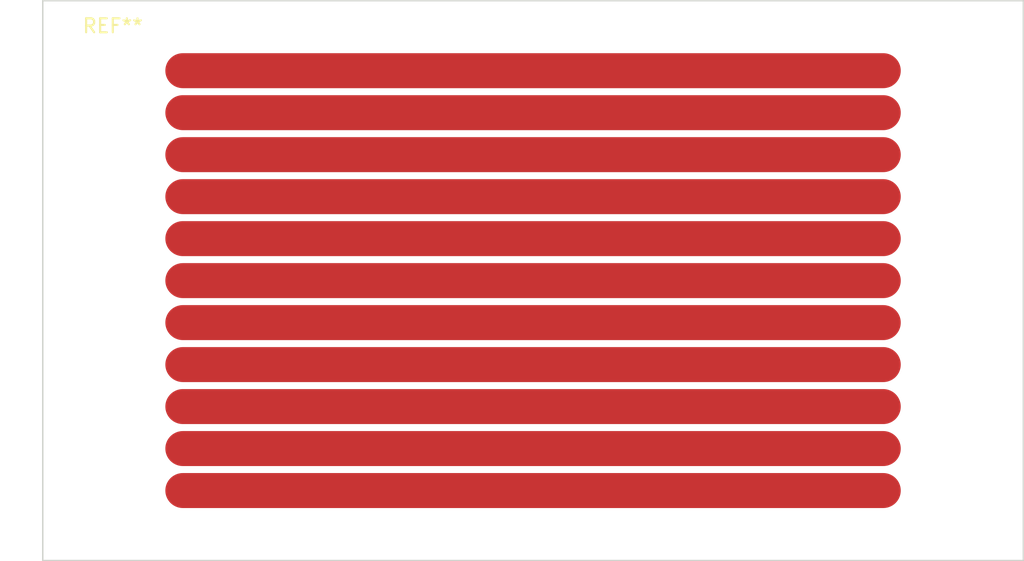
<source format=kicad_pcb>
(kicad_pcb (version 20171130) (host pcbnew "(5.1.8)-1")

  (general
    (thickness 1.6)
    (drawings 26)
    (tracks 11)
    (zones 0)
    (modules 1)
    (nets 1)
  )

  (page A4)
  (layers
    (0 F.Cu signal)
    (31 B.Cu signal)
    (32 B.Adhes user)
    (33 F.Adhes user)
    (34 B.Paste user)
    (35 F.Paste user)
    (36 B.SilkS user)
    (37 F.SilkS user)
    (38 B.Mask user)
    (39 F.Mask user)
    (40 Dwgs.User user)
    (41 Cmts.User user)
    (42 Eco1.User user)
    (43 Eco2.User user)
    (44 Edge.Cuts user)
    (45 Margin user)
    (46 B.CrtYd user)
    (47 F.CrtYd user)
    (48 B.Fab user)
    (49 F.Fab user)
  )

  (setup
    (last_trace_width 0.25)
    (trace_clearance 0.2)
    (zone_clearance 0.508)
    (zone_45_only no)
    (trace_min 0.2)
    (via_size 0.8)
    (via_drill 0.4)
    (via_min_size 0.4)
    (via_min_drill 0.3)
    (uvia_size 0.3)
    (uvia_drill 0.1)
    (uvias_allowed no)
    (uvia_min_size 0.2)
    (uvia_min_drill 0.1)
    (edge_width 0.1)
    (segment_width 0.2)
    (pcb_text_width 0.3)
    (pcb_text_size 1.5 1.5)
    (mod_edge_width 0.15)
    (mod_text_size 1 1)
    (mod_text_width 0.15)
    (pad_size 2.1 2.1)
    (pad_drill 2.1)
    (pad_to_mask_clearance 0)
    (aux_axis_origin 0 0)
    (visible_elements 7FFFFFFF)
    (pcbplotparams
      (layerselection 0x010fc_ffffffff)
      (usegerberextensions false)
      (usegerberattributes false)
      (usegerberadvancedattributes false)
      (creategerberjobfile false)
      (excludeedgelayer true)
      (linewidth 0.100000)
      (plotframeref false)
      (viasonmask false)
      (mode 1)
      (useauxorigin false)
      (hpglpennumber 1)
      (hpglpenspeed 20)
      (hpglpendiameter 15.000000)
      (psnegative false)
      (psa4output false)
      (plotreference true)
      (plotvalue true)
      (plotinvisibletext false)
      (padsonsilk false)
      (subtractmaskfromsilk false)
      (outputformat 1)
      (mirror false)
      (drillshape 0)
      (scaleselection 1)
      (outputdirectory ""))
  )

  (net 0 "")

  (net_class Default "This is the default net class."
    (clearance 0.2)
    (trace_width 0.25)
    (via_dia 0.8)
    (via_drill 0.4)
    (uvia_dia 0.3)
    (uvia_drill 0.1)
  )

  (module MountingHole:MountingHole_2.1mm (layer F.Cu) (tedit 5B924765) (tstamp 600F8888)
    (at 15 20)
    (descr "Mounting Hole 2.1mm, no annular")
    (tags "mounting hole 2.1mm no annular")
    (attr virtual)
    (fp_text reference REF** (at 0 -3.2) (layer F.SilkS)
      (effects (font (size 1 1) (thickness 0.15)))
    )
    (fp_text value MountingHole_2.1mm (at 0 3.2) (layer F.Fab)
      (effects (font (size 1 1) (thickness 0.15)))
    )
    (fp_circle (center 0 0) (end 2.1 0) (layer Cmts.User) (width 0.15))
    (fp_circle (center 0 0) (end 2.35 0) (layer F.CrtYd) (width 0.05))
    (fp_text user %R (at 0.3 0) (layer F.Fab)
      (effects (font (size 1 1) (thickness 0.15)))
    )
    (pad "" np_thru_hole circle (at 0 0) (size 2.1 2.1) (drill 2.1) (layers *.Cu *.Mask))
  )

  (gr_line (start 10 55) (end 80 55) (layer Edge.Cuts) (width 0.1))
  (gr_poly (pts (xy 70.03424 51.20646) (xy 64.9263 51.20646) (xy 64.92376 48.79092) (xy 70.03424 48.77822)) (layer F.Mask) (width 0.1) (tstamp 6018517D))
  (gr_poly (pts (xy 70.03424 48.20646) (xy 64.9263 48.20646) (xy 64.92376 45.79092) (xy 70.03424 45.77822)) (layer F.Mask) (width 0.1) (tstamp 6018517B))
  (gr_poly (pts (xy 70.03424 45.20646) (xy 64.9263 45.20646) (xy 64.92376 42.79092) (xy 70.03424 42.77822)) (layer F.Mask) (width 0.1) (tstamp 60185179))
  (gr_poly (pts (xy 70.03424 42.20646) (xy 64.9263 42.20646) (xy 64.92376 39.79092) (xy 70.03424 39.77822)) (layer F.Mask) (width 0.1) (tstamp 60185177))
  (gr_poly (pts (xy 70.03424 39.20646) (xy 64.9263 39.20646) (xy 64.92376 36.79092) (xy 70.03424 36.77822)) (layer F.Mask) (width 0.1) (tstamp 60185175))
  (gr_poly (pts (xy 70.03424 36.20646) (xy 64.9263 36.20646) (xy 64.92376 33.79092) (xy 70.03424 33.77822)) (layer F.Mask) (width 0.1) (tstamp 60185173))
  (gr_poly (pts (xy 70.03424 33.20646) (xy 64.9263 33.20646) (xy 64.92376 30.79092) (xy 70.03424 30.77822)) (layer F.Mask) (width 0.1) (tstamp 60185171))
  (gr_poly (pts (xy 70.03424 30.20646) (xy 64.9263 30.20646) (xy 64.92376 27.79092) (xy 70.03424 27.77822)) (layer F.Mask) (width 0.1) (tstamp 6018516F))
  (gr_poly (pts (xy 70.03424 27.20646) (xy 64.9263 27.20646) (xy 64.92376 24.79092) (xy 70.03424 24.77822)) (layer F.Mask) (width 0.1) (tstamp 6018516D))
  (gr_poly (pts (xy 70.03424 24.20646) (xy 64.9263 24.20646) (xy 64.92376 21.79092) (xy 70.03424 21.77822)) (layer F.Mask) (width 0.1) (tstamp 6018516B))
  (gr_poly (pts (xy 70.03424 21.20646) (xy 64.9263 21.20646) (xy 64.92376 18.79092) (xy 70.03424 18.77822)) (layer F.Mask) (width 0.1) (tstamp 60185058))
  (gr_poly (pts (xy 25.03424 51.20646) (xy 19.9263 51.20646) (xy 19.92376 48.79092) (xy 25.03424 48.77822)) (layer F.Mask) (width 0.1) (tstamp 60184FE9))
  (gr_poly (pts (xy 25.03424 48.20646) (xy 19.9263 48.20646) (xy 19.92376 45.79092) (xy 25.03424 45.77822)) (layer F.Mask) (width 0.1) (tstamp 60184FE7))
  (gr_poly (pts (xy 25.03424 45.20646) (xy 19.9263 45.20646) (xy 19.92376 42.79092) (xy 25.03424 42.77822)) (layer F.Mask) (width 0.1) (tstamp 60184FE5))
  (gr_poly (pts (xy 25.03424 42.20646) (xy 19.9263 42.20646) (xy 19.92376 39.79092) (xy 25.03424 39.77822)) (layer F.Mask) (width 0.1) (tstamp 60184FE3))
  (gr_poly (pts (xy 25.03424 39.20646) (xy 19.9263 39.20646) (xy 19.92376 36.79092) (xy 25.03424 36.77822)) (layer F.Mask) (width 0.1) (tstamp 60184FE1))
  (gr_poly (pts (xy 25.03424 36.20646) (xy 19.9263 36.20646) (xy 19.92376 33.79092) (xy 25.03424 33.77822)) (layer F.Mask) (width 0.1) (tstamp 60184FDF))
  (gr_poly (pts (xy 25.03424 33.20646) (xy 19.9263 33.20646) (xy 19.92376 30.79092) (xy 25.03424 30.77822)) (layer F.Mask) (width 0.1) (tstamp 60184FDD))
  (gr_poly (pts (xy 25.03424 30.20646) (xy 19.9263 30.20646) (xy 19.92376 27.79092) (xy 25.03424 27.77822)) (layer F.Mask) (width 0.1) (tstamp 60184FDB))
  (gr_poly (pts (xy 25.03424 27.20646) (xy 19.9263 27.20646) (xy 19.92376 24.79092) (xy 25.03424 24.77822)) (layer F.Mask) (width 0.1) (tstamp 60184FD9))
  (gr_poly (pts (xy 25.03424 24.20646) (xy 19.9263 24.20646) (xy 19.92376 21.79092) (xy 25.03424 21.77822)) (layer F.Mask) (width 0.1) (tstamp 60184FD7))
  (gr_poly (pts (xy 25.03424 21.20646) (xy 19.9263 21.20646) (xy 19.92376 18.79092) (xy 25.03424 18.77822)) (layer F.Mask) (width 0.1))
  (gr_line (start 80 15) (end 80 55) (layer Edge.Cuts) (width 0.1))
  (gr_line (start 10 15) (end 10 55) (layer Edge.Cuts) (width 0.1))
  (gr_line (start 10 15) (end 80 15) (layer Edge.Cuts) (width 0.1))

  (segment (start 20 20) (end 70 20) (width 2.5) (layer F.Cu) (net 0))
  (segment (start 20 23) (end 70 23) (width 2.5) (layer F.Cu) (net 0) (tstamp 601840DC))
  (segment (start 20 26) (end 70 26) (width 2.5) (layer F.Cu) (net 0) (tstamp 601840DE))
  (segment (start 20 29) (end 70 29) (width 2.5) (layer F.Cu) (net 0) (tstamp 601840E0))
  (segment (start 20 32) (end 70 32) (width 2.5) (layer F.Cu) (net 0) (tstamp 601840E2))
  (segment (start 20 35) (end 70 35) (width 2.5) (layer F.Cu) (net 0) (tstamp 601840E4))
  (segment (start 20 38) (end 70 38) (width 2.5) (layer F.Cu) (net 0) (tstamp 601840E6))
  (segment (start 20 41) (end 70 41) (width 2.5) (layer F.Cu) (net 0) (tstamp 601840E8))
  (segment (start 20 44) (end 70 44) (width 2.5) (layer F.Cu) (net 0) (tstamp 601840EA))
  (segment (start 20 47) (end 70 47) (width 2.5) (layer F.Cu) (net 0) (tstamp 601840EC))
  (segment (start 20 50) (end 70 50) (width 2.5) (layer F.Cu) (net 0) (tstamp 601840EE))

)

</source>
